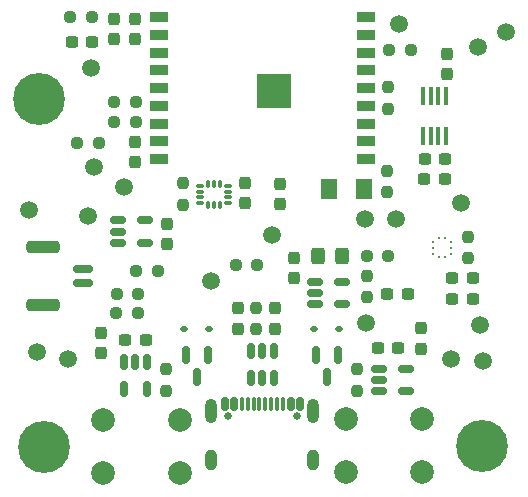
<source format=gbr>
%TF.GenerationSoftware,KiCad,Pcbnew,9.0.0*%
%TF.CreationDate,2025-12-27T14:24:40-08:00*%
%TF.ProjectId,esp_module_rev1,6573705f-6d6f-4647-956c-655f72657631,rev?*%
%TF.SameCoordinates,Original*%
%TF.FileFunction,Soldermask,Top*%
%TF.FilePolarity,Negative*%
%FSLAX46Y46*%
G04 Gerber Fmt 4.6, Leading zero omitted, Abs format (unit mm)*
G04 Created by KiCad (PCBNEW 9.0.0) date 2025-12-27 14:24:40*
%MOMM*%
%LPD*%
G01*
G04 APERTURE LIST*
G04 Aperture macros list*
%AMRoundRect*
0 Rectangle with rounded corners*
0 $1 Rounding radius*
0 $2 $3 $4 $5 $6 $7 $8 $9 X,Y pos of 4 corners*
0 Add a 4 corners polygon primitive as box body*
4,1,4,$2,$3,$4,$5,$6,$7,$8,$9,$2,$3,0*
0 Add four circle primitives for the rounded corners*
1,1,$1+$1,$2,$3*
1,1,$1+$1,$4,$5*
1,1,$1+$1,$6,$7*
1,1,$1+$1,$8,$9*
0 Add four rect primitives between the rounded corners*
20,1,$1+$1,$2,$3,$4,$5,0*
20,1,$1+$1,$4,$5,$6,$7,0*
20,1,$1+$1,$6,$7,$8,$9,0*
20,1,$1+$1,$8,$9,$2,$3,0*%
G04 Aperture macros list end*
%ADD10R,1.500000X0.900000*%
%ADD11C,0.600000*%
%ADD12R,2.900000X2.900000*%
%ADD13RoundRect,0.150000X-0.512500X-0.150000X0.512500X-0.150000X0.512500X0.150000X-0.512500X0.150000X0*%
%ADD14RoundRect,0.237500X-0.237500X0.300000X-0.237500X-0.300000X0.237500X-0.300000X0.237500X0.300000X0*%
%ADD15RoundRect,0.237500X0.250000X0.237500X-0.250000X0.237500X-0.250000X-0.237500X0.250000X-0.237500X0*%
%ADD16RoundRect,0.087500X-0.225000X-0.087500X0.225000X-0.087500X0.225000X0.087500X-0.225000X0.087500X0*%
%ADD17RoundRect,0.087500X-0.087500X-0.225000X0.087500X-0.225000X0.087500X0.225000X-0.087500X0.225000X0*%
%ADD18C,0.650000*%
%ADD19RoundRect,0.150000X-0.150000X-0.425000X0.150000X-0.425000X0.150000X0.425000X-0.150000X0.425000X0*%
%ADD20RoundRect,0.075000X-0.075000X-0.500000X0.075000X-0.500000X0.075000X0.500000X-0.075000X0.500000X0*%
%ADD21O,1.000000X2.100000*%
%ADD22O,1.000000X1.800000*%
%ADD23C,1.500000*%
%ADD24R,0.254000X0.279400*%
%ADD25R,0.279400X0.254000*%
%ADD26RoundRect,0.237500X0.237500X-0.250000X0.237500X0.250000X-0.237500X0.250000X-0.237500X-0.250000X0*%
%ADD27RoundRect,0.237500X-0.300000X-0.237500X0.300000X-0.237500X0.300000X0.237500X-0.300000X0.237500X0*%
%ADD28RoundRect,0.237500X-0.250000X-0.237500X0.250000X-0.237500X0.250000X0.237500X-0.250000X0.237500X0*%
%ADD29RoundRect,0.250000X-0.325000X-0.450000X0.325000X-0.450000X0.325000X0.450000X-0.325000X0.450000X0*%
%ADD30RoundRect,0.150000X0.700000X-0.150000X0.700000X0.150000X-0.700000X0.150000X-0.700000X-0.150000X0*%
%ADD31RoundRect,0.250000X1.150000X-0.250000X1.150000X0.250000X-1.150000X0.250000X-1.150000X-0.250000X0*%
%ADD32RoundRect,0.237500X0.237500X-0.300000X0.237500X0.300000X-0.237500X0.300000X-0.237500X-0.300000X0*%
%ADD33RoundRect,0.112500X-0.187500X-0.112500X0.187500X-0.112500X0.187500X0.112500X-0.187500X0.112500X0*%
%ADD34RoundRect,0.150000X-0.150000X0.587500X-0.150000X-0.587500X0.150000X-0.587500X0.150000X0.587500X0*%
%ADD35RoundRect,0.150000X-0.150000X0.512500X-0.150000X-0.512500X0.150000X-0.512500X0.150000X0.512500X0*%
%ADD36C,0.700000*%
%ADD37C,4.400000*%
%ADD38C,2.000000*%
%ADD39RoundRect,0.250001X-0.462499X-0.624999X0.462499X-0.624999X0.462499X0.624999X-0.462499X0.624999X0*%
%ADD40RoundRect,0.237500X-0.237500X0.250000X-0.237500X-0.250000X0.237500X-0.250000X0.237500X0.250000X0*%
%ADD41R,0.300000X1.600000*%
%ADD42RoundRect,0.150000X0.150000X-0.512500X0.150000X0.512500X-0.150000X0.512500X-0.150000X-0.512500X0*%
%ADD43RoundRect,0.237500X0.300000X0.237500X-0.300000X0.237500X-0.300000X-0.237500X0.300000X-0.237500X0*%
G04 APERTURE END LIST*
D10*
%TO.C,U5*%
X139000000Y-83250000D03*
X139000000Y-84750000D03*
X139000000Y-86250000D03*
X139000000Y-87750000D03*
X139000000Y-89250000D03*
X139000000Y-90750000D03*
X139000000Y-92250000D03*
X139000000Y-93750000D03*
X139000000Y-95250000D03*
X156500000Y-95250000D03*
X156500000Y-93750000D03*
X156500000Y-92250000D03*
X156500000Y-90750000D03*
X156500000Y-89250000D03*
X156500000Y-87750000D03*
X156500000Y-86250000D03*
X156500000Y-84750000D03*
X156500000Y-83250000D03*
D11*
X147610000Y-88900000D03*
X147610000Y-90000000D03*
X148160000Y-88350000D03*
X148160000Y-89450000D03*
X148160000Y-90550000D03*
X148710000Y-88900000D03*
D12*
X148710000Y-89450000D03*
D11*
X148710000Y-90000000D03*
X149260000Y-88350000D03*
X149260000Y-89450000D03*
X149260000Y-90550000D03*
X149810000Y-88900000D03*
X149810000Y-90000000D03*
%TD*%
D13*
%TO.C,U4*%
X157662500Y-113000000D03*
X157662500Y-113950000D03*
X157662500Y-114900000D03*
X159937500Y-114900000D03*
X159937500Y-113000000D03*
%TD*%
D14*
%TO.C,C7*%
X135200000Y-83387500D03*
X135200000Y-85112500D03*
%TD*%
D15*
%TO.C,R16*%
X160312500Y-86000000D03*
X158487500Y-86000000D03*
%TD*%
D16*
%TO.C,U8*%
X142487500Y-97500000D03*
X142487500Y-98000000D03*
X142487500Y-98500000D03*
X142487500Y-99000000D03*
D17*
X143150000Y-99162500D03*
X143650000Y-99162500D03*
X144150000Y-99162500D03*
D16*
X144812500Y-99000000D03*
X144812500Y-98500000D03*
X144812500Y-98000000D03*
X144812500Y-97500000D03*
D17*
X144150000Y-97337500D03*
X143650000Y-97337500D03*
X143150000Y-97337500D03*
%TD*%
D15*
%TO.C,R20*%
X138912500Y-104700000D03*
X137087500Y-104700000D03*
%TD*%
D18*
%TO.C,J1*%
X144860000Y-117045000D03*
X150640000Y-117045000D03*
D19*
X144550000Y-115970000D03*
X145350000Y-115970000D03*
D20*
X146500000Y-115970000D03*
X147500000Y-115970000D03*
X148000000Y-115970000D03*
X149000000Y-115970000D03*
D19*
X150150000Y-115970000D03*
X150950000Y-115970000D03*
X150950000Y-115970000D03*
X150150000Y-115970000D03*
D20*
X149500000Y-115970000D03*
X148500000Y-115970000D03*
X147000000Y-115970000D03*
X146000000Y-115970000D03*
D19*
X145350000Y-115970000D03*
X144550000Y-115970000D03*
D21*
X143430000Y-116545000D03*
D22*
X143430000Y-120725000D03*
D21*
X152070000Y-116545000D03*
D22*
X152070000Y-120725000D03*
%TD*%
D23*
%TO.C,TP8*%
X159100000Y-100300000D03*
%TD*%
%TO.C,TP9*%
X166000000Y-85750000D03*
%TD*%
D24*
%TO.C,U10*%
X162700000Y-103550000D03*
X163200000Y-103550000D03*
D25*
X163737400Y-103262599D03*
X163737400Y-102762600D03*
X163737400Y-102262601D03*
D24*
X163200000Y-101975200D03*
X162700000Y-101975200D03*
D25*
X162162600Y-102262601D03*
X162162600Y-102762600D03*
X162162600Y-103262599D03*
%TD*%
D15*
%TO.C,R8*%
X147312500Y-104250000D03*
X145487500Y-104250000D03*
%TD*%
D26*
%TO.C,R6*%
X139600000Y-114862500D03*
X139600000Y-113037500D03*
%TD*%
D23*
%TO.C,TP15*%
X156400000Y-100300000D03*
%TD*%
D15*
%TO.C,R12*%
X137012500Y-92150000D03*
X135187500Y-92150000D03*
%TD*%
D27*
%TO.C,C21*%
X163837500Y-105362500D03*
X165562500Y-105362500D03*
%TD*%
D23*
%TO.C,TP12*%
X128000000Y-99600000D03*
%TD*%
D28*
%TO.C,R18*%
X135400000Y-106700000D03*
X137225000Y-106700000D03*
%TD*%
D29*
%TO.C,D1*%
X152475000Y-103500000D03*
X154525000Y-103500000D03*
%TD*%
D30*
%TO.C,J3*%
X132525000Y-105775000D03*
X132525000Y-104525000D03*
D31*
X129175000Y-107625000D03*
X129175000Y-102675000D03*
%TD*%
D26*
%TO.C,R2*%
X156600000Y-106962500D03*
X156600000Y-105137500D03*
%TD*%
D32*
%TO.C,C15*%
X146300000Y-99012500D03*
X146300000Y-97287500D03*
%TD*%
D23*
%TO.C,TP5*%
X156500000Y-109150000D03*
%TD*%
D32*
%TO.C,C22*%
X134100000Y-111712500D03*
X134100000Y-109987500D03*
%TD*%
%TO.C,C3*%
X145650000Y-109612500D03*
X145650000Y-107887500D03*
%TD*%
D23*
%TO.C,TP14*%
X136000000Y-97600000D03*
%TD*%
D33*
%TO.C,D2*%
X141150000Y-109650000D03*
X143250000Y-109650000D03*
%TD*%
D28*
%TO.C,R9*%
X131487500Y-83250000D03*
X133312500Y-83250000D03*
%TD*%
D34*
%TO.C,Q2*%
X154150000Y-111812500D03*
X152250000Y-111812500D03*
X153200000Y-113687500D03*
%TD*%
D23*
%TO.C,TP4*%
X128700000Y-111600000D03*
%TD*%
D14*
%TO.C,C24*%
X139700000Y-100737500D03*
X139700000Y-102462500D03*
%TD*%
D28*
%TO.C,R3*%
X156600000Y-103450000D03*
X158425000Y-103450000D03*
%TD*%
D26*
%TO.C,R22*%
X165200000Y-103662500D03*
X165200000Y-101837500D03*
%TD*%
D35*
%TO.C,U3*%
X137950000Y-112412500D03*
X137000000Y-112412500D03*
X136050000Y-112412500D03*
X136050000Y-114687500D03*
X137950000Y-114687500D03*
%TD*%
D36*
%TO.C,H2*%
X164700000Y-119510000D03*
X165183274Y-118343274D03*
X165183274Y-120676726D03*
X166350000Y-117860000D03*
D37*
X166350000Y-119510000D03*
D36*
X166350000Y-121160000D03*
X167516726Y-118343274D03*
X167516726Y-120676726D03*
X168000000Y-119510000D03*
%TD*%
D13*
%TO.C,U1*%
X152212500Y-105650000D03*
X152212500Y-106600000D03*
X152212500Y-107550000D03*
X154487500Y-107550000D03*
X154487500Y-105650000D03*
%TD*%
D38*
%TO.C,SW1*%
X134250000Y-117360000D03*
X140750000Y-117360000D03*
X134250000Y-121860000D03*
X140750000Y-121860000D03*
%TD*%
D32*
%TO.C,C23*%
X161200000Y-111312500D03*
X161200000Y-109587500D03*
%TD*%
D27*
%TO.C,C2*%
X158337500Y-106650000D03*
X160062500Y-106650000D03*
%TD*%
D39*
%TO.C,D4*%
X153412500Y-97750000D03*
X156387500Y-97750000D03*
%TD*%
D15*
%TO.C,R19*%
X137212500Y-108300000D03*
X135387500Y-108300000D03*
%TD*%
D33*
%TO.C,D3*%
X152150000Y-109650000D03*
X154250000Y-109650000D03*
%TD*%
D23*
%TO.C,TP19*%
X133200000Y-87550000D03*
%TD*%
D34*
%TO.C,Q1*%
X143150000Y-111812500D03*
X141250000Y-111812500D03*
X142200000Y-113687500D03*
%TD*%
D40*
%TO.C,R21*%
X141000000Y-97287500D03*
X141000000Y-99112500D03*
%TD*%
D23*
%TO.C,TP11*%
X168400000Y-84500000D03*
%TD*%
D27*
%TO.C,C13*%
X161487500Y-95287500D03*
X163212500Y-95287500D03*
%TD*%
D41*
%TO.C,U6*%
X161350000Y-93312500D03*
X162000000Y-93312500D03*
X162650000Y-93312500D03*
X163300000Y-93312500D03*
X163300000Y-89912500D03*
X162650000Y-89912500D03*
X162000000Y-89912500D03*
X161350000Y-89912500D03*
%TD*%
D15*
%TO.C,R10*%
X137012500Y-90450000D03*
X135187500Y-90450000D03*
%TD*%
D36*
%TO.C,H3*%
X127150000Y-90200000D03*
X127633274Y-89033274D03*
X127633274Y-91366726D03*
X128800000Y-88550000D03*
D37*
X128800000Y-90200000D03*
D36*
X128800000Y-91850000D03*
X129966726Y-89033274D03*
X129966726Y-91366726D03*
X130450000Y-90200000D03*
%TD*%
D27*
%TO.C,C6*%
X157537500Y-111250000D03*
X159262500Y-111250000D03*
%TD*%
D23*
%TO.C,TP16*%
X143400000Y-105550000D03*
%TD*%
D42*
%TO.C,U2*%
X146800000Y-113787500D03*
X147750000Y-113787500D03*
X148700000Y-113787500D03*
X148700000Y-111512500D03*
X147750000Y-111512500D03*
X146800000Y-111512500D03*
%TD*%
D23*
%TO.C,TP2*%
X131300000Y-112150000D03*
%TD*%
%TO.C,TP17*%
X148600000Y-101650000D03*
%TD*%
D38*
%TO.C,SW2*%
X154800000Y-117260000D03*
X161300000Y-117260000D03*
X154800000Y-121760000D03*
X161300000Y-121760000D03*
%TD*%
D23*
%TO.C,TP6*%
X166400000Y-112350000D03*
%TD*%
D27*
%TO.C,C12*%
X161462500Y-96962500D03*
X163187500Y-96962500D03*
%TD*%
D14*
%TO.C,C10*%
X137000000Y-93787500D03*
X137000000Y-95512500D03*
%TD*%
D27*
%TO.C,C20*%
X163837500Y-107062500D03*
X165562500Y-107062500D03*
%TD*%
D43*
%TO.C,C9*%
X133325000Y-85350000D03*
X131600000Y-85350000D03*
%TD*%
D14*
%TO.C,C8*%
X137000000Y-83387500D03*
X137000000Y-85112500D03*
%TD*%
D26*
%TO.C,R13*%
X158300000Y-98075000D03*
X158300000Y-96250000D03*
%TD*%
D14*
%TO.C,C1*%
X150450000Y-103587500D03*
X150450000Y-105312500D03*
%TD*%
D23*
%TO.C,TP7*%
X166200000Y-109300000D03*
%TD*%
D40*
%TO.C,R1*%
X147250000Y-107837500D03*
X147250000Y-109662500D03*
%TD*%
D23*
%TO.C,TP1*%
X133000000Y-100050000D03*
%TD*%
D13*
%TO.C,U7*%
X135562500Y-100450000D03*
X135562500Y-101400000D03*
X135562500Y-102350000D03*
X137837500Y-102350000D03*
X137837500Y-100450000D03*
%TD*%
D26*
%TO.C,R15*%
X158400000Y-91012500D03*
X158400000Y-89187500D03*
%TD*%
D14*
%TO.C,C4*%
X148850000Y-107887500D03*
X148850000Y-109612500D03*
%TD*%
D32*
%TO.C,C11*%
X163400000Y-88062500D03*
X163400000Y-86337500D03*
%TD*%
%TO.C,C14*%
X149250000Y-99062500D03*
X149250000Y-97337500D03*
%TD*%
D43*
%TO.C,C5*%
X137862500Y-110550000D03*
X136137500Y-110550000D03*
%TD*%
D26*
%TO.C,R7*%
X155800000Y-114862500D03*
X155800000Y-113037500D03*
%TD*%
D23*
%TO.C,TP18*%
X133500000Y-95950000D03*
%TD*%
D36*
%TO.C,H1*%
X127650000Y-119610000D03*
X128133274Y-118443274D03*
X128133274Y-120776726D03*
X129300000Y-117960000D03*
D37*
X129300000Y-119610000D03*
D36*
X129300000Y-121260000D03*
X130466726Y-118443274D03*
X130466726Y-120776726D03*
X130950000Y-119610000D03*
%TD*%
D28*
%TO.C,R11*%
X132087500Y-93850000D03*
X133912500Y-93850000D03*
%TD*%
D23*
%TO.C,TP10*%
X159300000Y-83850000D03*
%TD*%
%TO.C,TP13*%
X164550000Y-98950000D03*
%TD*%
%TO.C,TP3*%
X163700000Y-112150000D03*
%TD*%
M02*

</source>
